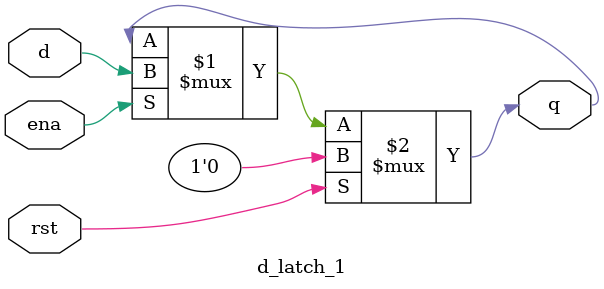
<source format=v>
`timescale 1ns / 1ps

module d_latch_1(ena,rst,d,q);
input ena,d,rst;
output q;
//D latch with "reset"
assign q = (rst)? 1'b0:(ena?d:q);
        
endmodule
</source>
